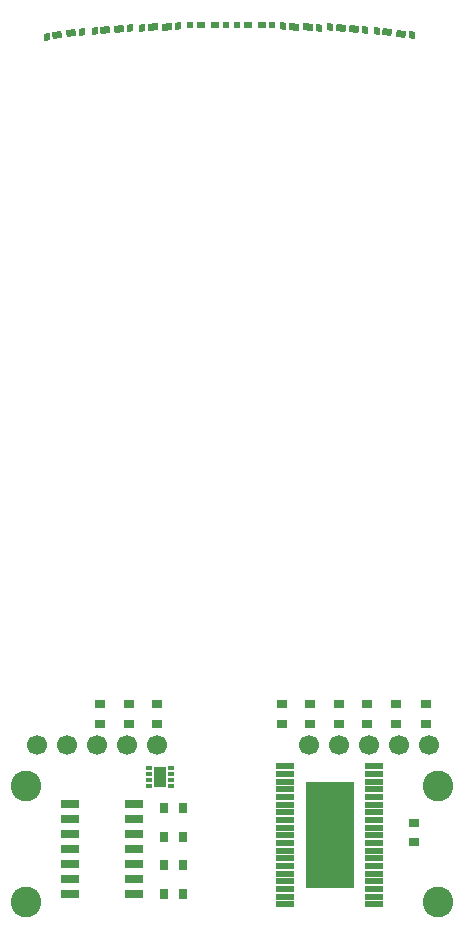
<source format=gts>
%FSTAX23Y23*%
%MOMM*%
%SFA1B1*%

%IPPOS*%
%AMD46*
4,1,4,0.355600,0.347980,-0.434340,0.243840,-0.355600,-0.347980,0.434340,-0.243840,0.355600,0.347980,0.0*
%
%AMD47*
4,1,4,-0.208280,-0.330200,0.287020,-0.264160,0.208280,0.330200,-0.287020,0.264160,-0.208280,-0.330200,0.0*
%
%AMD48*
4,1,4,0.386080,0.317500,-0.411480,0.281940,-0.386080,-0.317500,0.411480,-0.281940,0.386080,0.317500,0.0*
%
%AMD49*
4,1,4,-0.236220,-0.309880,0.261620,-0.289560,0.236220,0.309880,-0.261620,0.289560,-0.236220,-0.309880,0.0*
%
%AMD52*
4,1,4,0.411480,0.281940,-0.386080,0.317500,-0.411480,-0.281940,0.386080,-0.317500,0.411480,0.281940,0.0*
%
%AMD53*
4,1,4,-0.261620,-0.289560,0.236220,-0.309880,0.261620,0.289560,-0.236220,0.309880,-0.261620,-0.289560,0.0*
%
%AMD54*
4,1,4,0.424180,0.264160,-0.370840,0.332740,-0.424180,-0.264160,0.370840,-0.332740,0.424180,0.264160,0.0*
%
%AMD55*
4,1,4,-0.274320,-0.276860,0.220980,-0.320040,0.274320,0.276860,-0.220980,0.320040,-0.274320,-0.276860,0.0*
%
%AMD56*
4,1,4,0.434340,0.243840,-0.355600,0.347980,-0.434340,-0.243840,0.355600,-0.347980,0.434340,0.243840,0.0*
%
%AMD57*
4,1,4,-0.287020,-0.264160,0.208280,-0.330200,0.287020,0.264160,-0.208280,0.330200,-0.287020,-0.264160,0.0*
%
%AMD58*
4,1,4,0.370840,0.332740,-0.424180,0.264160,-0.370840,-0.332740,0.424180,-0.264160,0.370840,0.332740,0.0*
%
%AMD59*
4,1,4,-0.220980,-0.320040,0.274320,-0.276860,0.220980,0.320040,-0.274320,0.276860,-0.220980,-0.320040,0.0*
%
%ADD39R,0.949998X0.799998*%
%ADD40R,1.599997X0.549999*%
%ADD41R,4.099992X9.099982*%
%ADD42R,0.599999X0.349999*%
%ADD43R,0.999998X1.699997*%
%ADD44R,0.799998X0.949998*%
%ADD45R,1.599997X0.699999*%
G04~CAMADD=46~9~0.0~0.0~315.0~236.2~0.0~0.0~0~0.0~0.0~0.0~0.0~0~0.0~0.0~0.0~0.0~0~0.0~0.0~0.0~7.5~342.0~273.0*
%ADD46D46*%
G04~CAMADD=47~9~0.0~0.0~196.9~236.2~0.0~0.0~0~0.0~0.0~0.0~0.0~0~0.0~0.0~0.0~0.0~0~0.0~0.0~0.0~187.5~226.0~259.0*
%ADD47D47*%
G04~CAMADD=48~9~0.0~0.0~315.0~236.2~0.0~0.0~0~0.0~0.0~0.0~0.0~0~0.0~0.0~0.0~0.0~0~0.0~0.0~0.0~2.5~324.0~249.0*
%ADD48D48*%
G04~CAMADD=49~9~0.0~0.0~196.9~236.2~0.0~0.0~0~0.0~0.0~0.0~0.0~0~0.0~0.0~0.0~0.0~0~0.0~0.0~0.0~182.5~206.0~243.0*
%ADD49D49*%
%ADD50R,0.799998X0.599999*%
%ADD51R,0.499999X0.599999*%
G04~CAMADD=52~9~0.0~0.0~315.0~236.2~0.0~0.0~0~0.0~0.0~0.0~0.0~0~0.0~0.0~0.0~0.0~0~0.0~0.0~0.0~357.5~324.0~249.0*
%ADD52D52*%
G04~CAMADD=53~9~0.0~0.0~196.9~236.2~0.0~0.0~0~0.0~0.0~0.0~0.0~0~0.0~0.0~0.0~0.0~0~0.0~0.0~0.0~177.5~206.0~243.0*
%ADD53D53*%
G04~CAMADD=54~9~0.0~0.0~315.0~236.2~0.0~0.0~0~0.0~0.0~0.0~0.0~0~0.0~0.0~0.0~0.0~0~0.0~0.0~0.0~355.0~334.0~261.0*
%ADD54D54*%
G04~CAMADD=55~9~0.0~0.0~196.9~236.2~0.0~0.0~0~0.0~0.0~0.0~0.0~0~0.0~0.0~0.0~0.0~0~0.0~0.0~0.0~175.0~216.0~251.0*
%ADD55D55*%
G04~CAMADD=56~9~0.0~0.0~315.0~236.2~0.0~0.0~0~0.0~0.0~0.0~0.0~0~0.0~0.0~0.0~0.0~0~0.0~0.0~0.0~352.5~342.0~273.0*
%ADD56D56*%
G04~CAMADD=57~9~0.0~0.0~196.9~236.2~0.0~0.0~0~0.0~0.0~0.0~0.0~0~0.0~0.0~0.0~0.0~0~0.0~0.0~0.0~172.5~226.0~259.0*
%ADD57D57*%
G04~CAMADD=58~9~0.0~0.0~315.0~236.2~0.0~0.0~0~0.0~0.0~0.0~0.0~0~0.0~0.0~0.0~0.0~0~0.0~0.0~0.0~5.0~334.0~261.0*
%ADD58D58*%
G04~CAMADD=59~9~0.0~0.0~196.9~236.2~0.0~0.0~0~0.0~0.0~0.0~0.0~0~0.0~0.0~0.0~0.0~0~0.0~0.0~0.0~185.0~216.0~251.0*
%ADD59D59*%
%ADD60C,1.699997*%
%ADD61C,2.599995*%
%ADD62C,0.599999*%
%ADD63C,0.699999*%
%LNpcb1-1*%
%LPD*%
G54D39*
X32786Y-03091D03*
Y-04741D03*
X33802Y06941D03*
Y05291D03*
X31262Y06941D03*
Y05291D03*
X28849D03*
Y06941D03*
X26436Y05291D03*
Y06941D03*
X24023Y05291D03*
Y06941D03*
X2161Y05291D03*
Y06941D03*
X11069Y05291D03*
Y06941D03*
X06243D03*
Y05291D03*
X08656Y06941D03*
Y05291D03*
G54D40*
X21924Y01679D03*
Y01029D03*
Y00379D03*
Y-0027D03*
Y-0092D03*
Y-0157D03*
Y-0222D03*
Y-0287D03*
Y-0352D03*
Y-0417D03*
Y-0482D03*
Y-0547D03*
Y-0612D03*
Y-0677D03*
Y-0742D03*
Y-0807D03*
Y-0872D03*
Y-0937D03*
Y-1002D03*
X29424Y01679D03*
Y01029D03*
Y00379D03*
Y-0027D03*
Y-0092D03*
Y-0157D03*
Y-0222D03*
Y-0287D03*
Y-0352D03*
Y-0417D03*
Y-0482D03*
Y-0547D03*
Y-0612D03*
Y-0677D03*
Y-0742D03*
Y-0807D03*
Y-0872D03*
Y-0937D03*
Y-1002D03*
G54D41*
X25674Y-0417D03*
G54D42*
X12273Y00032D03*
Y00532D03*
Y01032D03*
Y01532D03*
X10373D03*
Y01032D03*
Y00532D03*
Y00032D03*
G54D43*
X11323Y00782D03*
G54D44*
X13291Y-01884D03*
X11641D03*
X13291Y-04297D03*
X11641D03*
X13291Y-09123D03*
X11641D03*
X13291Y-0671D03*
X11641D03*
G54D45*
X09097Y-09149D03*
Y-07879D03*
Y-06609D03*
Y-05339D03*
Y-04069D03*
Y-02799D03*
Y-01529D03*
X03697Y-09149D03*
Y-07879D03*
Y-06609D03*
Y-05339D03*
Y-04069D03*
Y-02799D03*
Y-01529D03*
G54D46*
X0377Y63723D03*
X0262Y63572D03*
G54D47*
X01708Y63451D03*
X04682Y63843D03*
G54D48*
X11903Y64308D03*
X10744Y64257D03*
G54D49*
X09825Y64217D03*
X12822Y64348D03*
G54D50*
X15967Y64409D03*
X14807D03*
X19904D03*
X18744D03*
G54D51*
X13887Y64409D03*
X16887D03*
X17824D03*
X20824D03*
G54D52*
X23841Y64257D03*
X22682Y64308D03*
G54D53*
X21763Y64348D03*
X2476Y64217D03*
G54D54*
X27776Y64105D03*
X2662Y64206D03*
G54D55*
X25704Y64286D03*
X28693Y64025D03*
G54D56*
X3171Y63699D03*
X3056Y6385D03*
G54D57*
X29648Y6397D03*
X32622Y63578D03*
G54D58*
X07837Y64079D03*
X06681Y63978D03*
G54D59*
X05765Y63898D03*
X08754Y64159D03*
G54D60*
X28987Y03449D03*
X26447D03*
X23907D03*
X31527D03*
X34067D03*
X06D03*
X0346D03*
X0092D03*
X0854D03*
X1108D03*
G54D61*
X34847Y-00006D03*
X0Y0D03*
Y-09828D03*
X34847Y-09835D03*
G54D62*
X24024Y-0032D03*
X25124D03*
X26224D03*
X27324D03*
X24024Y-0142D03*
X25124D03*
X26224D03*
X27324D03*
X24024Y-0252D03*
X25124D03*
X26224D03*
X27324D03*
X24024Y-0362D03*
X25124D03*
X26224D03*
X27324D03*
X24024Y-0472D03*
X25124D03*
X26224D03*
X27324D03*
X24024Y-0582D03*
X25124D03*
X26224D03*
X27324D03*
X24024Y-0692D03*
X25124D03*
X26224D03*
X27324D03*
X24024Y-0802D03*
X25124D03*
X26224D03*
X27324D03*
G54D63*
X11323Y01282D03*
Y00282D03*
M02*
</source>
